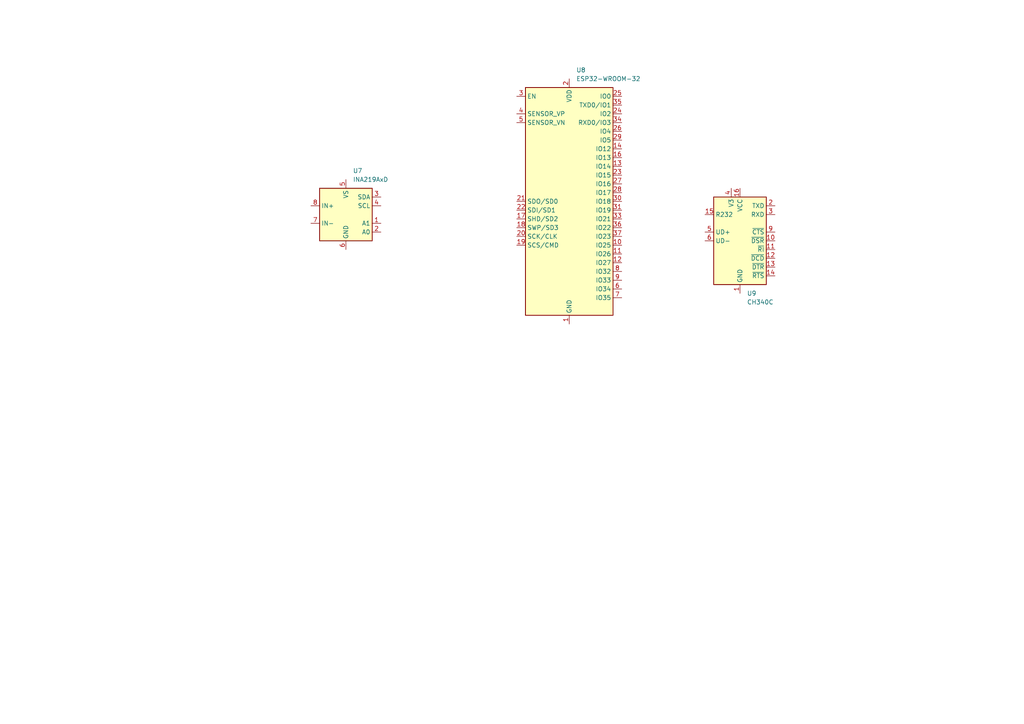
<source format=kicad_sch>
(kicad_sch (version 20211123) (generator eeschema)
  (paper "A4")
  (lib_symbols
    (symbol "Analog_ADC:INA219AxD"
      (property "Reference" "U" (at -6.35 8.89 0))
      (property "Value" "INA219AxD" (at 5.08 8.89 0))
      (symbol "INA219AxD_0_1"
        (rectangle (start -7.62 7.62) (end 7.62 -7.62) (stroke (width 0.254)) (fill (type background)))
      )
      (symbol "INA219AxD_1_1"
        (pin input line (at 10.16 -2.54 180) (length 2.54) (name "A1") (number "1"))
        (pin input line (at 10.16 -5.08 180) (length 2.54) (name "A0") (number "2"))
        (pin bidirectional line (at 10.16 5.08 180) (length 2.54) (name "SDA") (number "3"))
        (pin input line (at 10.16 2.54 180) (length 2.54) (name "SCL") (number "4"))
        (pin power_in line (at 0 10.16 270) (length 2.54) (name "VS") (number "5"))
        (pin power_in line (at 0 -10.16 90) (length 2.54) (name "GND") (number "6"))
        (pin input line (at -10.16 -2.54 0) (length 2.54) (name "IN-") (number "7"))
        (pin input line (at -10.16 2.54 0) (length 2.54) (name "IN+") (number "8"))
      )
    )
    (symbol "Interface_USB:CH340C"
      (property "Reference" "U" (at -5.08 13.97 0))
      (property "Value" "CH340C" (at 1.27 13.97 0))
      (symbol "CH340C_0_1"
        (rectangle (start -7.62 12.7) (end 7.62 -12.7) (stroke (width 0.254)) (fill (type background)))
      )
      (symbol "CH340C_1_1"
        (pin power_in line (at 0 -15.24 90) (length 2.54) (name "GND") (number "1"))
        (pin input line (at 10.16 0 180) (length 2.54) (name "~{DSR}") (number "10"))
        (pin input line (at 10.16 -2.54 180) (length 2.54) (name "~{RI}") (number "11"))
        (pin input line (at 10.16 -5.08 180) (length 2.54) (name "~{DCD}") (number "12"))
        (pin output line (at 10.16 -7.62 180) (length 2.54) (name "~{DTR}") (number "13"))
        (pin output line (at 10.16 -10.16 180) (length 2.54) (name "~{RTS}") (number "14"))
        (pin input line (at -10.16 7.62 0) (length 2.54) (name "R232") (number "15"))
        (pin power_in line (at 0 15.24 270) (length 2.54) (name "VCC") (number "16"))
        (pin output line (at 10.16 10.16 180) (length 2.54) (name "TXD") (number "2"))
        (pin input line (at 10.16 7.62 180) (length 2.54) (name "RXD") (number "3"))
        (pin passive line (at -2.54 15.24 270) (length 2.54) (name "V3") (number "4"))
        (pin bidirectional line (at -10.16 2.54 0) (length 2.54) (name "UD+") (number "5"))
        (pin bidirectional line (at -10.16 0 0) (length 2.54) (name "UD-") (number "6"))
        (pin no_connect line (at -7.62 -7.62 0) (length 2.54) hide (name "NC") (number "7"))
        (pin no_connect line (at -7.62 -10.16 0) (length 2.54) hide (name "NC") (number "8"))
        (pin input line (at 10.16 2.54 180) (length 2.54) (name "~{CTS}") (number "9"))
      )
    )
    (symbol "RF_Module:ESP32-WROOM-32"
      (property "Reference" "U" (at -12.7 34.29 0))
      (property "Value" "ESP32-WROOM-32" (at 1.27 34.29 0))
      (symbol "ESP32-WROOM-32_0_1"
        (rectangle (start -12.7 33.02) (end 12.7 -33.02) (stroke (width 0.254)) (fill (type background)))
      )
      (symbol "ESP32-WROOM-32_1_1"
        (pin power_in line (at 0 -35.56 90) (length 2.54) (name "GND") (number "1"))
        (pin bidirectional line (at 15.24 -12.7 180) (length 2.54) (name "IO25") (number "10"))
        (pin bidirectional line (at 15.24 -15.24 180) (length 2.54) (name "IO26") (number "11"))
        (pin bidirectional line (at 15.24 -17.78 180) (length 2.54) (name "IO27") (number "12"))
        (pin bidirectional line (at 15.24 10.16 180) (length 2.54) (name "IO14") (number "13"))
        (pin bidirectional line (at 15.24 15.24 180) (length 2.54) (name "IO12") (number "14"))
        (pin passive line (at 0 -35.56 90) (length 2.54) hide (name "GND") (number "15"))
        (pin bidirectional line (at 15.24 12.7 180) (length 2.54) (name "IO13") (number "16"))
        (pin bidirectional line (at -15.24 -5.08 0) (length 2.54) (name "SHD/SD2") (number "17"))
        (pin bidirectional line (at -15.24 -7.62 0) (length 2.54) (name "SWP/SD3") (number "18"))
        (pin bidirectional line (at -15.24 -12.7 0) (length 2.54) (name "SCS/CMD") (number "19"))
        (pin power_in line (at 0 35.56 270) (length 2.54) (name "VDD") (number "2"))
        (pin bidirectional line (at -15.24 -10.16 0) (length 2.54) (name "SCK/CLK") (number "20"))
        (pin bidirectional line (at -15.24 0 0) (length 2.54) (name "SDO/SD0") (number "21"))
        (pin bidirectional line (at -15.24 -2.54 0) (length 2.54) (name "SDI/SD1") (number "22"))
        (pin bidirectional line (at 15.24 7.62 180) (length 2.54) (name "IO15") (number "23"))
        (pin bidirectional line (at 15.24 25.4 180) (length 2.54) (name "IO2") (number "24"))
        (pin bidirectional line (at 15.24 30.48 180) (length 2.54) (name "IO0") (number "25"))
        (pin bidirectional line (at 15.24 20.32 180) (length 2.54) (name "IO4") (number "26"))
        (pin bidirectional line (at 15.24 5.08 180) (length 2.54) (name "IO16") (number "27"))
        (pin bidirectional line (at 15.24 2.54 180) (length 2.54) (name "IO17") (number "28"))
        (pin bidirectional line (at 15.24 17.78 180) (length 2.54) (name "IO5") (number "29"))
        (pin input line (at -15.24 30.48 0) (length 2.54) (name "EN") (number "3"))
        (pin bidirectional line (at 15.24 0 180) (length 2.54) (name "IO18") (number "30"))
        (pin bidirectional line (at 15.24 -2.54 180) (length 2.54) (name "IO19") (number "31"))
        (pin no_connect line (at -12.7 -27.94 0) (length 2.54) hide (name "NC") (number "32"))
        (pin bidirectional line (at 15.24 -5.08 180) (length 2.54) (name "IO21") (number "33"))
        (pin bidirectional line (at 15.24 22.86 180) (length 2.54) (name "RXD0/IO3") (number "34"))
        (pin bidirectional line (at 15.24 27.94 180) (length 2.54) (name "TXD0/IO1") (number "35"))
        (pin bidirectional line (at 15.24 -7.62 180) (length 2.54) (name "IO22") (number "36"))
        (pin bidirectional line (at 15.24 -10.16 180) (length 2.54) (name "IO23") (number "37"))
        (pin passive line (at 0 -35.56 90) (length 2.54) hide (name "GND") (number "38"))
        (pin passive line (at 0 -35.56 90) (length 2.54) hide (name "GND") (number "39"))
        (pin input line (at -15.24 25.4 0) (length 2.54) (name "SENSOR_VP") (number "4"))
        (pin input line (at -15.24 22.86 0) (length 2.54) (name "SENSOR_VN") (number "5"))
        (pin input line (at 15.24 -25.4 180) (length 2.54) (name "IO34") (number "6"))
        (pin input line (at 15.24 -27.94 180) (length 2.54) (name "IO35") (number "7"))
        (pin bidirectional line (at 15.24 -20.32 180) (length 2.54) (name "IO32") (number "8"))
        (pin bidirectional line (at 15.24 -22.86 180) (length 2.54) (name "IO33") (number "9"))
      )
    )
  )
  (symbol (lib_id "Interface_USB:CH340C") (at 214.63 69.85 0) (unit 1)
    (property "Reference" "U9" (at 216.6494 85.09 0) (effects (justify left)))
    (property "Value" "CH340C" (at 216.6494 87.63 0) (effects (justify left)))
    (property "Footprint" "Package_SO:SOIC-16_3.9x9.9mm_P1.27mm" (effects hide))
    (property "Datasheet" "https://datasheet.lcsc.com/szlcsc/Jiangsu-Qin-Heng-CH340C_C84681.pdf" (effects hide))
  )
  (symbol (lib_id "Analog_ADC:INA219AxD") (at 100.33 62.23 0) (unit 1)
    (property "Reference" "U7" (at 102.3494 49.53 0) (effects (justify left)))
    (property "Value" "INA219AxD" (at 102.3494 52.07 0) (effects (justify left)))
    (property "Footprint" "Package_SO:SOIC-8_3.9x4.9mm_P1.27mm" (effects hide))
    (property "Datasheet" "http://www.ti.com/lit/ds/symlink/ina219.pdf" (effects hide))
  )
  (symbol (lib_id "RF_Module:ESP32-WROOM-32") (at 165.1 58.42 0) (unit 1)
    (property "Reference" "U8" (at 167.1194 20.32 0) (effects (justify left)))
    (property "Value" "ESP32-WROOM-32" (at 167.1194 22.86 0) (effects (justify left)))
    (property "Footprint" "RF_Module:ESP32-WROOM-32" (effects hide))
    (property "Datasheet" "https://www.espressif.com/sites/default/files/documentation/esp32-wroom-32_datasheet_en.pdf" (effects hide))
  )
)
</source>
